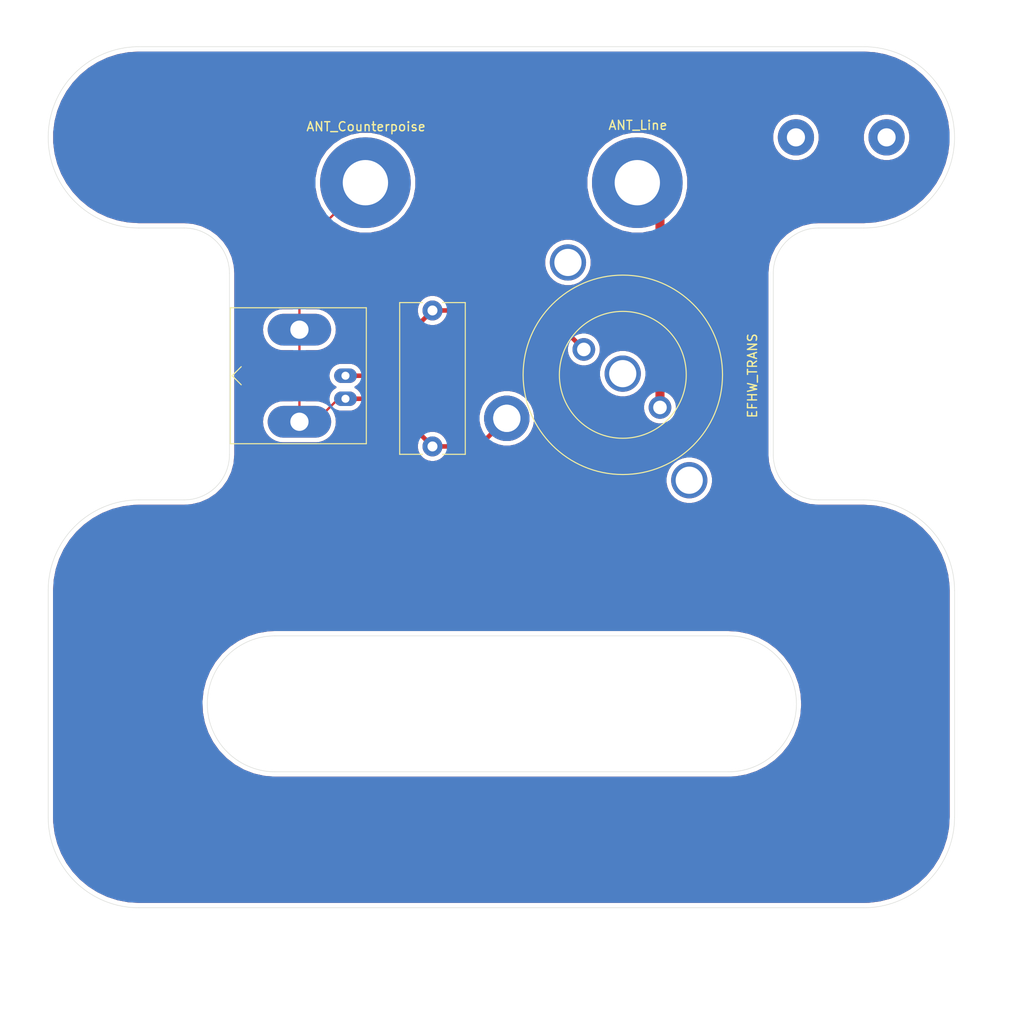
<source format=kicad_pcb>
(kicad_pcb (version 20171130) (host pcbnew "(5.1.4)-1")

  (general
    (thickness 1.6)
    (drawings 25)
    (tracks 21)
    (zones 0)
    (modules 5)
    (nets 4)
  )

  (page A4)
  (layers
    (0 F.Cu signal)
    (31 B.Cu signal)
    (32 B.Adhes user)
    (33 F.Adhes user)
    (34 B.Paste user)
    (35 F.Paste user)
    (36 B.SilkS user)
    (37 F.SilkS user)
    (38 B.Mask user)
    (39 F.Mask user)
    (40 Dwgs.User user)
    (41 Cmts.User user)
    (42 Eco1.User user)
    (43 Eco2.User user)
    (44 Edge.Cuts user)
    (45 Margin user)
    (46 B.CrtYd user)
    (47 F.CrtYd user)
    (48 B.Fab user)
    (49 F.Fab user)
  )

  (setup
    (last_trace_width 0.25)
    (user_trace_width 0.5)
    (user_trace_width 1)
    (trace_clearance 0.2)
    (zone_clearance 0.508)
    (zone_45_only no)
    (trace_min 0.2)
    (via_size 0.8)
    (via_drill 0.4)
    (via_min_size 0.4)
    (via_min_drill 0.3)
    (uvia_size 0.3)
    (uvia_drill 0.1)
    (uvias_allowed no)
    (uvia_min_size 0.2)
    (uvia_min_drill 0.1)
    (edge_width 0.05)
    (segment_width 0.2)
    (pcb_text_width 0.3)
    (pcb_text_size 1.5 1.5)
    (mod_edge_width 0.12)
    (mod_text_size 1 1)
    (mod_text_width 0.15)
    (pad_size 7 7)
    (pad_drill 5)
    (pad_to_mask_clearance 0.051)
    (solder_mask_min_width 0.25)
    (aux_axis_origin 0 0)
    (visible_elements 7FFFFFFF)
    (pcbplotparams
      (layerselection 0x010fc_ffffffff)
      (usegerberextensions false)
      (usegerberattributes false)
      (usegerberadvancedattributes false)
      (creategerberjobfile false)
      (excludeedgelayer true)
      (linewidth 0.100000)
      (plotframeref false)
      (viasonmask false)
      (mode 1)
      (useauxorigin false)
      (hpglpennumber 1)
      (hpglpenspeed 20)
      (hpglpendiameter 15.000000)
      (psnegative false)
      (psa4output false)
      (plotreference true)
      (plotvalue true)
      (plotinvisibletext false)
      (padsonsilk false)
      (subtractmaskfromsilk false)
      (outputformat 1)
      (mirror false)
      (drillshape 0)
      (scaleselection 1)
      (outputdirectory "Gerber/"))
  )

  (net 0 "")
  (net 1 "Net-(C1-Pad1)")
  (net 2 "Net-(J2-Pad1)")
  (net 3 "Net-(C1-Pad2)")

  (net_class Default 这是默认网络类。
    (clearance 0.2)
    (trace_width 0.25)
    (via_dia 0.8)
    (via_drill 0.4)
    (uvia_dia 0.3)
    (uvia_drill 0.1)
    (add_net "Net-(C1-Pad1)")
    (add_net "Net-(C1-Pad2)")
    (add_net "Net-(J2-Pad1)")
  )

  (module Capacitor_THT:C_Rect_L16.5mm_W7.0mm_P15.00mm_MKT (layer F.Cu) (tedit 5AE50EF0) (tstamp 5F49611E)
    (at 132.4 64.1 270)
    (descr "C, Rect series, Radial, pin pitch=15.00mm, , length*width=16.5*7mm^2, Capacitor, https://en.tdk.eu/inf/20/20/db/fc_2009/MKT_B32560_564.pdf")
    (tags "C Rect series Radial pin pitch 15.00mm  length 16.5mm width 7mm Capacitor")
    (path /5F491CCF)
    (fp_text reference C1 (at 7.5 -4.75 90) (layer F.SilkS) hide
      (effects (font (size 1 1) (thickness 0.15)))
    )
    (fp_text value CAP (at 7.5 4.75 90) (layer F.Fab)
      (effects (font (size 1 1) (thickness 0.15)))
    )
    (fp_line (start -0.75 -3.5) (end -0.75 3.5) (layer F.Fab) (width 0.1))
    (fp_line (start -0.75 3.5) (end 15.75 3.5) (layer F.Fab) (width 0.1))
    (fp_line (start 15.75 3.5) (end 15.75 -3.5) (layer F.Fab) (width 0.1))
    (fp_line (start 15.75 -3.5) (end -0.75 -3.5) (layer F.Fab) (width 0.1))
    (fp_line (start -0.87 -3.62) (end 15.87 -3.62) (layer F.SilkS) (width 0.12))
    (fp_line (start -0.87 3.62) (end 15.87 3.62) (layer F.SilkS) (width 0.12))
    (fp_line (start -0.87 -3.62) (end -0.87 -1.104) (layer F.SilkS) (width 0.12))
    (fp_line (start -0.87 1.104) (end -0.87 3.62) (layer F.SilkS) (width 0.12))
    (fp_line (start 15.87 -3.62) (end 15.87 -1.104) (layer F.SilkS) (width 0.12))
    (fp_line (start 15.87 1.104) (end 15.87 3.62) (layer F.SilkS) (width 0.12))
    (fp_line (start -1.35 -3.75) (end -1.35 3.75) (layer F.CrtYd) (width 0.05))
    (fp_line (start -1.35 3.75) (end 16.35 3.75) (layer F.CrtYd) (width 0.05))
    (fp_line (start 16.35 3.75) (end 16.35 -3.75) (layer F.CrtYd) (width 0.05))
    (fp_line (start 16.35 -3.75) (end -1.35 -3.75) (layer F.CrtYd) (width 0.05))
    (fp_text user %R (at 7.5 0 90) (layer F.Fab)
      (effects (font (size 1 1) (thickness 0.15)))
    )
    (pad 1 thru_hole circle (at 0 0 270) (size 2.2 2.2) (drill 1.1) (layers *.Cu *.Mask)
      (net 1 "Net-(C1-Pad1)"))
    (pad 2 thru_hole circle (at 15 0 270) (size 2.2 2.2) (drill 1.1) (layers *.Cu *.Mask)
      (net 3 "Net-(C1-Pad2)"))
    (model ${KISYS3DMOD}/Capacitor_THT.3dshapes/C_Rect_L16.5mm_W7.0mm_P15.00mm_MKT.wrl
      (at (xyz 0 0 0))
      (scale (xyz 1 1 1))
      (rotate (xyz 0 0 0))
    )
  )

  (module ant_connector:BNC_Conn (layer F.Cu) (tedit 5F490E52) (tstamp 5F4961C4)
    (at 116.5 71.3 90)
    (path /5F488B38)
    (fp_text reference J1 (at 0 10.7 90) (layer F.SilkS) hide
      (effects (font (size 1 1) (thickness 0.15)))
    )
    (fp_text value BNC (at 0 -8.7 90) (layer F.Fab)
      (effects (font (size 1 1) (thickness 0.15)))
    )
    (fp_line (start 0 -6.2) (end 1 -5.2) (layer F.SilkS) (width 0.12))
    (fp_line (start 0 -6.2) (end -1 -5.2) (layer F.SilkS) (width 0.12))
    (fp_line (start 7.85 9) (end 7.85 -6.5) (layer F.CrtYd) (width 0.05))
    (fp_line (start 7.85 -6.5) (end -7.85 -6.5) (layer F.CrtYd) (width 0.05))
    (fp_line (start -7.85 9) (end -7.85 -6.5) (layer F.CrtYd) (width 0.05))
    (fp_line (start -7.85 9) (end 7.85 9) (layer F.CrtYd) (width 0.05))
    (fp_line (start -7.5 8.6) (end -7.5 -6.4) (layer F.SilkS) (width 0.12))
    (fp_line (start 7.5 8.6) (end -7.5 8.6) (layer F.SilkS) (width 0.12))
    (fp_line (start 7.5 -6.4) (end 7.5 8.6) (layer F.SilkS) (width 0.12))
    (fp_line (start -7.5 -6.4) (end 7.5 -6.4) (layer F.SilkS) (width 0.12))
    (fp_line (start -7.35 -6.4) (end -7.35 8.5) (layer F.Fab) (width 0.1))
    (fp_line (start 7.35 -6.4) (end -7.35 -6.4) (layer F.Fab) (width 0.1))
    (fp_line (start 7.35 8.5) (end 7.35 -6.4) (layer F.Fab) (width 0.1))
    (fp_line (start -7.35 8.5) (end 7.35 8.5) (layer F.Fab) (width 0.1))
    (pad 2 thru_hole oval (at -5.08 1.22 90) (size 3.5 7) (drill 2.01) (layers *.Cu *.Mask)
      (net 3 "Net-(C1-Pad2)"))
    (pad 2 thru_hole oval (at 5.08 1.22 90) (size 3.5 7) (drill 2.01) (layers *.Cu *.Mask)
      (net 3 "Net-(C1-Pad2)"))
    (pad 2 thru_hole oval (at -2.54 6.3 90) (size 1.6 2.5) (drill 0.89) (layers *.Cu *.Mask)
      (net 3 "Net-(C1-Pad2)"))
    (pad 1 thru_hole oval (at 0 6.3 90) (size 1.6 2.5) (drill 0.89) (layers *.Cu *.Mask)
      (net 1 "Net-(C1-Pad1)"))
  )

  (module ant_connector:EFHW_Trans (layer F.Cu) (tedit 5F47D75D) (tstamp 5F496061)
    (at 153.4 71.2 270)
    (path /5F48B4FB)
    (fp_text reference T1 (at 0.1 12.2522 90) (layer F.SilkS) hide
      (effects (font (size 1 1) (thickness 0.15)))
    )
    (fp_text value EFHW_TRANS (at 0.1 -14.3 90) (layer F.SilkS)
      (effects (font (size 1 1) (thickness 0.15)))
    )
    (fp_circle (center 0 0) (end 11 0) (layer F.SilkS) (width 0.12))
    (fp_circle (center 0 0) (end 7 0) (layer F.SilkS) (width 0.12))
    (pad 2 thru_hole circle (at 4.8 12.8 270) (size 5 5) (drill 3) (layers *.Cu *.Mask)
      (net 3 "Net-(C1-Pad2)"))
    (pad 1 thru_hole circle (at -2.8 4.3 270) (size 2.5 2.5) (drill 1.5) (layers *.Cu *.Mask)
      (net 1 "Net-(C1-Pad1)"))
    (pad 4 thru_hole circle (at 3.6 -4.1 270) (size 2.5 2.5) (drill 1.5) (layers *.Cu *.Mask)
      (net 2 "Net-(J2-Pad1)"))
    (pad 3 thru_hole circle (at 4.8 12.8 270) (size 5 5) (drill 3) (layers *.Cu *.Mask)
      (net 3 "Net-(C1-Pad2)"))
  )

  (module ant_connector:EFHW_ANT_Conn (layer F.Cu) (tedit 5F4A6B1B) (tstamp 5F4ABB21)
    (at 155 50)
    (path /5F48FAC0)
    (fp_text reference J2 (at 0 5.9) (layer F.SilkS) hide
      (effects (font (size 1 1) (thickness 0.15)))
    )
    (fp_text value ANT_Line (at 0.067 -6.3374) (layer F.SilkS)
      (effects (font (size 1 1) (thickness 0.15)))
    )
    (pad 1 thru_hole circle (at 0 0) (size 10 10) (drill 5) (layers *.Cu *.Mask)
      (net 2 "Net-(J2-Pad1)"))
  )

  (module ant_connector:EFHW_ANT_Conn (layer F.Cu) (tedit 5F4A6B1B) (tstamp 5F4B1874)
    (at 125 50)
    (path /5F4A9B33)
    (fp_text reference U1 (at 0 5.9) (layer F.SilkS) hide
      (effects (font (size 1 1) (thickness 0.15)))
    )
    (fp_text value ANT_Counterpoise (at 0.0696 -6.185) (layer F.SilkS)
      (effects (font (size 1 1) (thickness 0.15)))
    )
    (pad 1 thru_hole circle (at 0 0) (size 10 10) (drill 5) (layers *.Cu *.Mask)
      (net 3 "Net-(C1-Pad2)"))
  )

  (gr_text "BI4SQM EFHW Test V0.1" (at 171.8818 122.936) (layer F.Cu)
    (effects (font (size 1.5 1.5) (thickness 0.3)))
  )
  (gr_arc (start 180 45) (end 180 55) (angle -180) (layer Edge.Cuts) (width 0.05))
  (gr_line (start 175 55) (end 180 55) (layer Edge.Cuts) (width 0.05))
  (gr_arc (start 175 60) (end 175 55) (angle -90) (layer Edge.Cuts) (width 0.05))
  (gr_line (start 170 80) (end 170 60) (layer Edge.Cuts) (width 0.05))
  (gr_arc (start 100 45) (end 100 35) (angle -180) (layer Edge.Cuts) (width 0.05))
  (gr_line (start 105 55) (end 100 55) (layer Edge.Cuts) (width 0.05))
  (gr_arc (start 105 60) (end 110 60) (angle -90) (layer Edge.Cuts) (width 0.05))
  (gr_line (start 110 80) (end 110 60) (layer Edge.Cuts) (width 0.05))
  (gr_arc (start 175 80) (end 170 80) (angle -90) (layer Edge.Cuts) (width 0.05))
  (gr_arc (start 105 80) (end 105 85) (angle -90) (layer Edge.Cuts) (width 0.05))
  (gr_line (start 100 85) (end 105 85) (layer Edge.Cuts) (width 0.05))
  (gr_line (start 180 85) (end 175 85) (layer Edge.Cuts) (width 0.05))
  (gr_arc (start 180 95) (end 190 95) (angle -90) (layer Edge.Cuts) (width 0.05))
  (gr_arc (start 100 95) (end 100 85) (angle -90) (layer Edge.Cuts) (width 0.05))
  (gr_arc (start 100 120) (end 90 120) (angle -90) (layer Edge.Cuts) (width 0.05))
  (gr_arc (start 165.050001 107.499999) (end 165.000002 114.999998) (angle -180.7639324) (layer Edge.Cuts) (width 0.05))
  (gr_arc (start 115.049999 107.499999) (end 115 100) (angle -179.2360676) (layer Edge.Cuts) (width 0.05))
  (gr_line (start 115 115) (end 165 115) (layer Edge.Cuts) (width 0.05))
  (gr_line (start 115 100) (end 165 100) (layer Edge.Cuts) (width 0.05) (tstamp 5F49629F))
  (gr_arc (start 180 120) (end 180 130) (angle -90) (layer Edge.Cuts) (width 0.05))
  (gr_line (start 90 95) (end 90 120) (layer Edge.Cuts) (width 0.05))
  (gr_line (start 100 130) (end 180 130) (layer Edge.Cuts) (width 0.05))
  (gr_line (start 190 95) (end 190 120) (layer Edge.Cuts) (width 0.05))
  (gr_line (start 100 35) (end 180 35) (layer Edge.Cuts) (width 0.05))

  (via (at 172.5 45) (size 4) (drill 2) (layers F.Cu B.Cu) (net 0))
  (via (at 182.5 45) (size 4) (drill 2) (layers F.Cu B.Cu) (net 0))
  (via (at 147.3454 58.801) (size 4) (drill 3) (layers F.Cu B.Cu) (net 0))
  (via (at 153.3906 71.0692) (size 4) (drill 3) (layers F.Cu B.Cu) (net 0))
  (via (at 160.7312 82.8294) (size 4) (drill 3) (layers F.Cu B.Cu) (net 0))
  (segment (start 125.2 71.3) (end 132.4 64.1) (width 0.5) (layer F.Cu) (net 1))
  (segment (start 122.8 71.3) (end 125.2 71.3) (width 0.5) (layer F.Cu) (net 1))
  (segment (start 144.8 64.1) (end 149.1 68.4) (width 0.5) (layer F.Cu) (net 1))
  (segment (start 132.4 64.1) (end 144.8 64.1) (width 0.5) (layer F.Cu) (net 1))
  (segment (start 157.5 52.5) (end 155 50) (width 1) (layer F.Cu) (net 2))
  (segment (start 157.5 74.8) (end 157.5 52.5) (width 1) (layer F.Cu) (net 2))
  (segment (start 117.72 66.22) (end 117.72 76.38) (width 0.25) (layer F.Cu) (net 3))
  (segment (start 122.01 73.84) (end 122.8 73.84) (width 0.25) (layer F.Cu) (net 3))
  (segment (start 119.47 76.38) (end 122.01 73.84) (width 0.25) (layer F.Cu) (net 3))
  (segment (start 117.72 76.38) (end 119.47 76.38) (width 0.25) (layer F.Cu) (net 3))
  (segment (start 127.14 73.84) (end 132.4 79.1) (width 0.5) (layer F.Cu) (net 3))
  (segment (start 122.8 73.84) (end 127.14 73.84) (width 0.5) (layer F.Cu) (net 3))
  (segment (start 137.5 79.1) (end 140.6 76) (width 0.5) (layer F.Cu) (net 3))
  (segment (start 132.4 79.1) (end 137.5 79.1) (width 0.5) (layer F.Cu) (net 3))
  (segment (start 117.72 57.28) (end 125 50) (width 0.25) (layer F.Cu) (net 3))
  (segment (start 117.72 66.22) (end 117.72 57.28) (width 0.25) (layer F.Cu) (net 3))

  (zone (net 0) (net_name "") (layer F.Cu) (tstamp 5F4B1979) (hatch edge 0.508)
    (connect_pads (clearance 0.508))
    (min_thickness 0.254)
    (fill yes (arc_segments 32) (thermal_gap 0.508) (thermal_bridge_width 0.508))
    (polygon
      (pts
        (xy 86.1568 29.845) (xy 197.6628 31.5976) (xy 194.7164 139.1158) (xy 84.6836 138.4808) (xy 86.2584 29.8958)
      )
    )
    (filled_polygon
      (pts
        (xy 181.170449 35.734944) (xy 182.322444 35.954698) (xy 183.437801 36.3171) (xy 184.498955 36.816441) (xy 185.489146 37.444836)
        (xy 186.392776 38.192383) (xy 187.195588 39.047292) (xy 187.884922 39.996079) (xy 188.449903 41.023774) (xy 188.881627 42.114186)
        (xy 189.173281 43.250103) (xy 189.320267 44.41362) (xy 189.320267 45.58638) (xy 189.173281 46.749897) (xy 188.881627 47.885814)
        (xy 188.449903 48.976226) (xy 187.884922 50.003921) (xy 187.195588 50.952708) (xy 186.392776 51.807617) (xy 185.489146 52.555164)
        (xy 184.498955 53.183559) (xy 183.437801 53.6829) (xy 182.322444 54.045302) (xy 181.170449 54.265056) (xy 179.979253 54.34)
        (xy 174.967581 54.34) (xy 174.943512 54.342371) (xy 174.221248 54.39541) (xy 174.205868 54.397929) (xy 174.190295 54.398418)
        (xy 174.115511 54.411874) (xy 173.251129 54.619394) (xy 173.231448 54.626018) (xy 173.211136 54.630335) (xy 173.139917 54.656821)
        (xy 172.325946 55.01413) (xy 172.307752 55.024132) (xy 172.288524 55.031979) (xy 172.223134 55.070651) (xy 172.22312 55.070659)
        (xy 172.223115 55.070663) (xy 171.485287 55.566462) (xy 171.469149 55.57953) (xy 171.451616 55.590657) (xy 171.394095 55.640307)
        (xy 170.755722 56.258934) (xy 170.742154 56.274652) (xy 170.726869 56.288708) (xy 170.67905 56.34776) (xy 170.160315 57.069656)
        (xy 170.149744 57.08753) (xy 170.13719 57.10407) (xy 170.100584 57.170656) (xy 169.717884 57.973003) (xy 169.710647 57.992462)
        (xy 169.701218 58.010968) (xy 169.676982 58.082984) (xy 169.442414 58.94042) (xy 169.438737 58.960857) (xy 169.432735 58.980736)
        (xy 169.421635 59.055906) (xy 169.342869 59.938459) (xy 169.340001 59.967581) (xy 169.34 80.032418) (xy 169.34237 80.056484)
        (xy 169.39541 80.778752) (xy 169.397929 80.794132) (xy 169.398418 80.809705) (xy 169.411874 80.884489) (xy 169.619394 81.748871)
        (xy 169.626018 81.768552) (xy 169.630335 81.788864) (xy 169.656821 81.860083) (xy 170.01413 82.674054) (xy 170.024132 82.692248)
        (xy 170.031979 82.711476) (xy 170.070651 82.776866) (xy 170.070659 82.77688) (xy 170.070663 82.776885) (xy 170.566462 83.514713)
        (xy 170.57953 83.530851) (xy 170.590657 83.548384) (xy 170.640307 83.605905) (xy 171.258934 84.244278) (xy 171.274652 84.257846)
        (xy 171.288708 84.273131) (xy 171.34776 84.32095) (xy 172.069656 84.839685) (xy 172.087526 84.850253) (xy 172.104069 84.86281)
        (xy 172.170656 84.899416) (xy 172.973002 85.282116) (xy 172.992464 85.289354) (xy 173.010968 85.298782) (xy 173.082984 85.323018)
        (xy 173.940419 85.557586) (xy 173.960858 85.561264) (xy 173.980736 85.567265) (xy 174.0559 85.578364) (xy 174.055905 85.578365)
        (xy 174.055906 85.578365) (xy 174.93836 85.657122) (xy 174.967581 85.66) (xy 179.979253 85.66) (xy 181.170449 85.734944)
        (xy 182.322444 85.954698) (xy 183.437801 86.3171) (xy 184.498955 86.816441) (xy 185.489146 87.444836) (xy 186.392776 88.192383)
        (xy 187.195588 89.047292) (xy 187.884922 89.996079) (xy 188.449903 91.023774) (xy 188.881627 92.114186) (xy 189.173281 93.250103)
        (xy 189.321571 94.423941) (xy 189.34 95.010358) (xy 189.340001 119.979237) (xy 189.265056 121.170448) (xy 189.045302 122.322444)
        (xy 188.6829 123.437801) (xy 188.18356 124.498952) (xy 187.555165 125.489144) (xy 186.807612 126.39278) (xy 185.952708 127.195588)
        (xy 185.003922 127.884922) (xy 183.976227 128.449903) (xy 182.885813 128.881627) (xy 181.749897 129.173281) (xy 180.576058 129.321571)
        (xy 179.989642 129.34) (xy 100.020747 129.34) (xy 98.829552 129.265056) (xy 97.677556 129.045302) (xy 96.562199 128.6829)
        (xy 95.501048 128.18356) (xy 94.510856 127.555165) (xy 93.60722 126.807612) (xy 92.804412 125.952708) (xy 92.115078 125.003922)
        (xy 91.550097 123.976227) (xy 91.118373 122.885813) (xy 90.826719 121.749897) (xy 90.75043 121.146) (xy 157.561086 121.146)
        (xy 157.561086 124.966) (xy 186.202515 124.966) (xy 186.202515 121.146) (xy 157.561086 121.146) (xy 90.75043 121.146)
        (xy 90.678429 120.576058) (xy 90.66 119.989642) (xy 90.66 107.308277) (xy 106.893677 107.308277) (xy 106.940422 108.392812)
        (xy 106.94215 108.407705) (xy 106.94239 108.422694) (xy 106.951431 108.487701) (xy 107.154247 109.554128) (xy 107.158106 109.568614)
        (xy 107.160508 109.583414) (xy 107.178838 109.646434) (xy 107.533475 110.672413) (xy 107.539385 110.68619) (xy 107.543898 110.700488)
        (xy 107.571134 110.760202) (xy 108.070162 111.724241) (xy 108.077999 111.73702) (xy 108.084529 111.750518) (xy 108.1201 111.805675)
        (xy 108.753066 112.687578) (xy 108.762666 112.699092) (xy 108.771075 112.711505) (xy 108.814236 112.76095) (xy 109.567881 113.542244)
        (xy 109.579042 113.552252) (xy 109.589155 113.56332) (xy 109.639001 113.606016) (xy 110.497537 114.270334) (xy 110.510024 114.278625)
        (xy 110.521631 114.288119) (xy 110.577098 114.323159) (xy 110.577118 114.323172) (xy 110.577124 114.323175) (xy 111.522561 114.856596)
        (xy 111.536111 114.862996) (xy 111.54897 114.870717) (xy 111.608936 114.897393) (xy 112.621477 115.288749) (xy 112.635811 115.293127)
        (xy 112.649649 115.29891) (xy 112.712826 115.316647) (xy 112.712837 115.31665) (xy 112.71284 115.31665) (xy 113.77127 115.55774)
        (xy 113.786087 115.560003) (xy 113.800611 115.563727) (xy 113.865663 115.572154) (xy 113.865701 115.57216) (xy 113.865714 115.57216)
        (xy 114.941481 115.657429) (xy 114.967581 115.66) (xy 165.032419 115.66) (xy 165.048805 115.658386) (xy 165.877469 115.617133)
        (xy 165.887098 115.615951) (xy 165.896803 115.615886) (xy 165.961891 115.607453) (xy 167.03017 115.414624) (xy 167.044695 115.4109)
        (xy 167.059512 115.408637) (xy 167.122701 115.390897) (xy 168.151953 115.045875) (xy 168.165784 115.040094) (xy 168.180125 115.035715)
        (xy 168.240091 115.009039) (xy 169.208757 114.519051) (xy 169.221607 114.511335) (xy 169.235167 114.504931) (xy 169.290654 114.469878)
        (xy 170.178441 113.84519) (xy 170.190044 113.835699) (xy 170.202535 113.827406) (xy 170.25236 113.784727) (xy 170.252382 113.784709)
        (xy 170.252388 113.784702) (xy 171.040692 113.038407) (xy 171.050801 113.027343) (xy 171.061968 113.01733) (xy 171.105128 112.967886)
        (xy 171.777448 112.115602) (xy 171.785852 112.103197) (xy 171.795457 112.091677) (xy 171.831028 112.036519) (xy 172.373275 111.09611)
        (xy 172.379803 111.082616) (xy 172.387642 111.069834) (xy 172.414878 111.010119) (xy 172.81569 110.001284) (xy 172.820203 109.986985)
        (xy 172.826113 109.973209) (xy 172.844443 109.910188) (xy 173.095426 108.854059) (xy 173.097826 108.839268) (xy 173.101688 108.824774)
        (xy 173.110729 108.759767) (xy 173.206624 107.678469) (xy 173.206864 107.663479) (xy 173.208592 107.648587) (xy 173.208154 107.582957)
        (xy 173.146953 106.499141) (xy 173.145027 106.484276) (xy 173.144587 106.469288) (xy 173.13468 106.404408) (xy 172.917664 105.340779)
        (xy 172.913612 105.326346) (xy 172.911013 105.31158) (xy 172.891844 105.24881) (xy 172.523559 104.22765) (xy 172.517468 104.213957)
        (xy 172.512763 104.199716) (xy 172.484733 104.14037) (xy 171.972895 103.18307) (xy 171.964891 103.1704) (xy 171.95818 103.156988)
        (xy 171.921876 103.10231) (xy 171.277209 102.228924) (xy 171.267458 102.21754) (xy 171.258882 102.205238) (xy 171.215066 102.156374)
        (xy 170.45107 101.385198) (xy 170.439783 101.375346) (xy 170.429517 101.364406) (xy 170.379106 101.322379) (xy 169.51179 100.669568)
        (xy 169.499189 100.661442) (xy 169.48746 100.652106) (xy 169.43151 100.617796) (xy 168.47904 100.097025) (xy 168.465402 100.090805)
        (xy 168.452445 100.083258) (xy 168.392128 100.057384) (xy 167.374458 99.679562) (xy 167.360066 99.675376) (xy 167.346154 99.669778)
        (xy 167.282734 99.652882) (xy 166.221183 99.425925) (xy 166.206335 99.42386) (xy 166.191764 99.42033) (xy 166.126569 99.412766)
        (xy 165.054042 99.34213) (xy 165.032419 99.34) (xy 114.967581 99.34) (xy 114.951234 99.34161) (xy 114.322039 99.372933)
        (xy 114.316783 99.373578) (xy 114.311482 99.373543) (xy 114.246287 99.381108) (xy 113.175533 99.559677) (xy 113.160964 99.563206)
        (xy 113.146112 99.565272) (xy 113.082692 99.582168) (xy 112.048932 99.913436) (xy 112.035027 99.919031) (xy 112.020628 99.923219)
        (xy 111.960311 99.949094) (xy 110.985198 100.426122) (xy 110.972244 100.433667) (xy 110.958602 100.439889) (xy 110.902653 100.474199)
        (xy 110.006616 101.086994) (xy 109.994888 101.096329) (xy 109.982286 101.104456) (xy 109.931876 101.146484) (xy 109.133683 101.88221)
        (xy 109.123429 101.893136) (xy 109.112129 101.903) (xy 109.068314 101.951865) (xy 108.384689 102.795108) (xy 108.376112 102.807411)
        (xy 108.366362 102.818794) (xy 108.330059 102.873472) (xy 107.775324 103.806567) (xy 107.768616 103.819972) (xy 107.760608 103.832649)
        (xy 107.732578 103.891994) (xy 107.31835 104.895397) (xy 107.313648 104.909629) (xy 107.307553 104.92333) (xy 107.288384 104.986101)
        (xy 107.023342 106.03879) (xy 107.020743 106.053556) (xy 107.016691 106.067989) (xy 107.006784 106.132869) (xy 106.896481 107.212793)
        (xy 106.896041 107.227772) (xy 106.894114 107.242646) (xy 106.893677 107.308277) (xy 90.66 107.308277) (xy 90.66 95.020747)
        (xy 90.734944 93.829551) (xy 90.954698 92.677556) (xy 91.3171 91.562199) (xy 91.816441 90.501045) (xy 92.444836 89.510854)
        (xy 93.192383 88.607224) (xy 94.047292 87.804412) (xy 94.996079 87.115078) (xy 96.023774 86.550097) (xy 97.114186 86.118373)
        (xy 98.250103 85.826719) (xy 99.423941 85.678429) (xy 100.010358 85.66) (xy 105.032419 85.66) (xy 105.056488 85.657629)
        (xy 105.778752 85.60459) (xy 105.794132 85.602071) (xy 105.809705 85.601582) (xy 105.884489 85.588126) (xy 106.748871 85.380606)
        (xy 106.768552 85.373982) (xy 106.788864 85.369665) (xy 106.860083 85.343179) (xy 107.674054 84.98587) (xy 107.692248 84.975868)
        (xy 107.711476 84.968021) (xy 107.776866 84.929349) (xy 107.77688 84.929341) (xy 107.776885 84.929337) (xy 108.514713 84.433538)
        (xy 108.530851 84.42047) (xy 108.548384 84.409343) (xy 108.605905 84.359693) (xy 109.244278 83.741066) (xy 109.257846 83.725348)
        (xy 109.273131 83.711292) (xy 109.32095 83.65224) (xy 109.839685 82.930344) (xy 109.850253 82.912474) (xy 109.86281 82.895931)
        (xy 109.899416 82.829344) (xy 110.023176 82.569875) (xy 158.0962 82.569875) (xy 158.0962 83.088925) (xy 158.197461 83.598001)
        (xy 158.396093 84.077541) (xy 158.684462 84.509115) (xy 159.051485 84.876138) (xy 159.483059 85.164507) (xy 159.962599 85.363139)
        (xy 160.471675 85.4644) (xy 160.990725 85.4644) (xy 161.499801 85.363139) (xy 161.979341 85.164507) (xy 162.410915 84.876138)
        (xy 162.777938 84.509115) (xy 163.066307 84.077541) (xy 163.264939 83.598001) (xy 163.3662 83.088925) (xy 163.3662 82.569875)
        (xy 163.264939 82.060799) (xy 163.066307 81.581259) (xy 162.777938 81.149685) (xy 162.410915 80.782662) (xy 161.979341 80.494293)
        (xy 161.499801 80.295661) (xy 160.990725 80.1944) (xy 160.471675 80.1944) (xy 159.962599 80.295661) (xy 159.483059 80.494293)
        (xy 159.051485 80.782662) (xy 158.684462 81.149685) (xy 158.396093 81.581259) (xy 158.197461 82.060799) (xy 158.0962 82.569875)
        (xy 110.023176 82.569875) (xy 110.282116 82.026998) (xy 110.289354 82.007536) (xy 110.298782 81.989032) (xy 110.323018 81.917016)
        (xy 110.557586 81.059581) (xy 110.561264 81.039142) (xy 110.567265 81.019264) (xy 110.578365 80.944094) (xy 110.657122 80.06164)
        (xy 110.66 80.032419) (xy 110.66 66.22) (xy 113.573461 66.22) (xy 113.61951 66.687542) (xy 113.755887 67.137116)
        (xy 113.977351 67.551446) (xy 114.275391 67.914609) (xy 114.638554 68.212649) (xy 115.052884 68.434113) (xy 115.502458 68.57049)
        (xy 115.852843 68.605) (xy 116.96 68.605) (xy 116.960001 73.995) (xy 115.852843 73.995) (xy 115.502458 74.02951)
        (xy 115.052884 74.165887) (xy 114.638554 74.387351) (xy 114.275391 74.685391) (xy 113.977351 75.048554) (xy 113.755887 75.462884)
        (xy 113.61951 75.912458) (xy 113.573461 76.38) (xy 113.61951 76.847542) (xy 113.755887 77.297116) (xy 113.977351 77.711446)
        (xy 114.275391 78.074609) (xy 114.638554 78.372649) (xy 115.052884 78.594113) (xy 115.502458 78.73049) (xy 115.852843 78.765)
        (xy 119.587157 78.765) (xy 119.937542 78.73049) (xy 120.387116 78.594113) (xy 120.801446 78.372649) (xy 121.164609 78.074609)
        (xy 121.462649 77.711446) (xy 121.684113 77.297116) (xy 121.82049 76.847542) (xy 121.866539 76.38) (xy 121.82049 75.912458)
        (xy 121.684113 75.462884) (xy 121.606717 75.318086) (xy 121.768494 75.156308) (xy 121.798192 75.172182) (xy 122.068691 75.254236)
        (xy 122.279508 75.275) (xy 123.320492 75.275) (xy 123.531309 75.254236) (xy 123.801808 75.172182) (xy 124.051101 75.038932)
        (xy 124.269608 74.859608) (xy 124.380078 74.725) (xy 126.773422 74.725) (xy 130.716853 78.668432) (xy 130.665 78.929117)
        (xy 130.665 79.270883) (xy 130.731675 79.606081) (xy 130.862463 79.921831) (xy 131.052337 80.205998) (xy 131.294002 80.447663)
        (xy 131.578169 80.637537) (xy 131.893919 80.768325) (xy 132.229117 80.835) (xy 132.570883 80.835) (xy 132.906081 80.768325)
        (xy 133.221831 80.637537) (xy 133.505998 80.447663) (xy 133.747663 80.205998) (xy 133.895329 79.985) (xy 137.456531 79.985)
        (xy 137.5 79.989281) (xy 137.543469 79.985) (xy 137.543477 79.985) (xy 137.67349 79.972195) (xy 137.840313 79.921589)
        (xy 137.994059 79.839411) (xy 138.128817 79.728817) (xy 138.156534 79.695044) (xy 139.090057 78.761521) (xy 139.115021 78.778201)
        (xy 139.685554 79.014524) (xy 140.291229 79.135) (xy 140.908771 79.135) (xy 141.514446 79.014524) (xy 142.084979 78.778201)
        (xy 142.598446 78.435114) (xy 143.035114 77.998446) (xy 143.378201 77.484979) (xy 143.614524 76.914446) (xy 143.735 76.308771)
        (xy 143.735 75.691229) (xy 143.614524 75.085554) (xy 143.378201 74.515021) (xy 143.035114 74.001554) (xy 142.598446 73.564886)
        (xy 142.084979 73.221799) (xy 141.514446 72.985476) (xy 140.908771 72.865) (xy 140.291229 72.865) (xy 139.685554 72.985476)
        (xy 139.115021 73.221799) (xy 138.601554 73.564886) (xy 138.164886 74.001554) (xy 137.821799 74.515021) (xy 137.585476 75.085554)
        (xy 137.465 75.691229) (xy 137.465 76.308771) (xy 137.585476 76.914446) (xy 137.821799 77.484979) (xy 137.838479 77.509943)
        (xy 137.133422 78.215) (xy 133.895329 78.215) (xy 133.747663 77.994002) (xy 133.505998 77.752337) (xy 133.221831 77.562463)
        (xy 132.906081 77.431675) (xy 132.570883 77.365) (xy 132.229117 77.365) (xy 131.968432 77.416853) (xy 127.796534 73.244956)
        (xy 127.768817 73.211183) (xy 127.634059 73.100589) (xy 127.480313 73.018411) (xy 127.31349 72.967805) (xy 127.183477 72.955)
        (xy 127.183469 72.955) (xy 127.14 72.950719) (xy 127.096531 72.955) (xy 124.380078 72.955) (xy 124.269608 72.820392)
        (xy 124.051101 72.641068) (xy 123.918142 72.57) (xy 124.051101 72.498932) (xy 124.269608 72.319608) (xy 124.380078 72.185)
        (xy 125.156531 72.185) (xy 125.2 72.189281) (xy 125.243469 72.185) (xy 125.243477 72.185) (xy 125.37349 72.172195)
        (xy 125.540313 72.121589) (xy 125.694059 72.039411) (xy 125.828817 71.928817) (xy 125.856534 71.895044) (xy 126.941903 70.809675)
        (xy 150.7556 70.809675) (xy 150.7556 71.328725) (xy 150.856861 71.837801) (xy 151.055493 72.317341) (xy 151.343862 72.748915)
        (xy 151.710885 73.115938) (xy 152.142459 73.404307) (xy 152.621999 73.602939) (xy 153.131075 73.7042) (xy 153.650125 73.7042)
        (xy 154.159201 73.602939) (xy 154.638741 73.404307) (xy 155.070315 73.115938) (xy 155.437338 72.748915) (xy 155.725707 72.317341)
        (xy 155.924339 71.837801) (xy 156.0256 71.328725) (xy 156.0256 70.809675) (xy 155.924339 70.300599) (xy 155.725707 69.821059)
        (xy 155.437338 69.389485) (xy 155.070315 69.022462) (xy 154.638741 68.734093) (xy 154.159201 68.535461) (xy 153.650125 68.4342)
        (xy 153.131075 68.4342) (xy 152.621999 68.535461) (xy 152.142459 68.734093) (xy 151.710885 69.022462) (xy 151.343862 69.389485)
        (xy 151.055493 69.821059) (xy 150.856861 70.300599) (xy 150.7556 70.809675) (xy 126.941903 70.809675) (xy 131.968432 65.783147)
        (xy 132.229117 65.835) (xy 132.570883 65.835) (xy 132.906081 65.768325) (xy 133.221831 65.637537) (xy 133.505998 65.447663)
        (xy 133.747663 65.205998) (xy 133.895329 64.985) (xy 144.433422 64.985) (xy 147.290704 67.842283) (xy 147.287439 67.850166)
        (xy 147.215 68.214344) (xy 147.215 68.585656) (xy 147.287439 68.949834) (xy 147.429534 69.292882) (xy 147.635825 69.601618)
        (xy 147.898382 69.864175) (xy 148.207118 70.070466) (xy 148.550166 70.212561) (xy 148.914344 70.285) (xy 149.285656 70.285)
        (xy 149.649834 70.212561) (xy 149.992882 70.070466) (xy 150.301618 69.864175) (xy 150.564175 69.601618) (xy 150.770466 69.292882)
        (xy 150.912561 68.949834) (xy 150.985 68.585656) (xy 150.985 68.214344) (xy 150.912561 67.850166) (xy 150.770466 67.507118)
        (xy 150.564175 67.198382) (xy 150.301618 66.935825) (xy 149.992882 66.729534) (xy 149.649834 66.587439) (xy 149.285656 66.515)
        (xy 148.914344 66.515) (xy 148.550166 66.587439) (xy 148.542283 66.590704) (xy 145.456534 63.504956) (xy 145.428817 63.471183)
        (xy 145.294059 63.360589) (xy 145.140313 63.278411) (xy 144.97349 63.227805) (xy 144.843477 63.215) (xy 144.843469 63.215)
        (xy 144.8 63.210719) (xy 144.756531 63.215) (xy 133.895329 63.215) (xy 133.747663 62.994002) (xy 133.505998 62.752337)
        (xy 133.221831 62.562463) (xy 132.906081 62.431675) (xy 132.570883 62.365) (xy 132.229117 62.365) (xy 131.893919 62.431675)
        (xy 131.578169 62.562463) (xy 131.294002 62.752337) (xy 131.052337 62.994002) (xy 130.862463 63.278169) (xy 130.731675 63.593919)
        (xy 130.665 63.929117) (xy 130.665 64.270883) (xy 130.716853 64.531568) (xy 124.833422 70.415) (xy 124.380078 70.415)
        (xy 124.269608 70.280392) (xy 124.051101 70.101068) (xy 123.801808 69.967818) (xy 123.531309 69.885764) (xy 123.320492 69.865)
        (xy 122.279508 69.865) (xy 122.068691 69.885764) (xy 121.798192 69.967818) (xy 121.548899 70.101068) (xy 121.330392 70.280392)
        (xy 121.151068 70.498899) (xy 121.017818 70.748192) (xy 120.935764 71.018691) (xy 120.908057 71.3) (xy 120.935764 71.581309)
        (xy 121.017818 71.851808) (xy 121.151068 72.101101) (xy 121.330392 72.319608) (xy 121.548899 72.498932) (xy 121.681858 72.57)
        (xy 121.548899 72.641068) (xy 121.330392 72.820392) (xy 121.151068 73.038899) (xy 121.017818 73.288192) (xy 120.935764 73.558691)
        (xy 120.908057 73.84) (xy 120.91049 73.864707) (xy 120.531914 74.243283) (xy 120.387116 74.165887) (xy 119.937542 74.02951)
        (xy 119.587157 73.995) (xy 118.48 73.995) (xy 118.48 68.605) (xy 119.587157 68.605) (xy 119.937542 68.57049)
        (xy 120.387116 68.434113) (xy 120.801446 68.212649) (xy 121.164609 67.914609) (xy 121.462649 67.551446) (xy 121.684113 67.137116)
        (xy 121.82049 66.687542) (xy 121.866539 66.22) (xy 121.82049 65.752458) (xy 121.684113 65.302884) (xy 121.462649 64.888554)
        (xy 121.164609 64.525391) (xy 120.801446 64.227351) (xy 120.387116 64.005887) (xy 119.937542 63.86951) (xy 119.587157 63.835)
        (xy 118.48 63.835) (xy 118.48 58.541475) (xy 144.7104 58.541475) (xy 144.7104 59.060525) (xy 144.811661 59.569601)
        (xy 145.010293 60.049141) (xy 145.298662 60.480715) (xy 145.665685 60.847738) (xy 146.097259 61.136107) (xy 146.576799 61.334739)
        (xy 147.085875 61.436) (xy 147.604925 61.436) (xy 148.114001 61.334739) (xy 148.593541 61.136107) (xy 149.025115 60.847738)
        (xy 149.392138 60.480715) (xy 149.680507 60.049141) (xy 149.879139 59.569601) (xy 149.9804 59.060525) (xy 149.9804 58.541475)
        (xy 149.879139 58.032399) (xy 149.680507 57.552859) (xy 149.392138 57.121285) (xy 149.025115 56.754262) (xy 148.593541 56.465893)
        (xy 148.114001 56.267261) (xy 147.604925 56.166) (xy 147.085875 56.166) (xy 146.576799 56.267261) (xy 146.097259 56.465893)
        (xy 145.665685 56.754262) (xy 145.298662 57.121285) (xy 145.010293 57.552859) (xy 144.811661 58.032399) (xy 144.7104 58.541475)
        (xy 118.48 58.541475) (xy 118.48 57.594801) (xy 121.581688 54.493113) (xy 122.330827 54.993672) (xy 123.356331 55.41845)
        (xy 124.445001 55.635) (xy 125.554999 55.635) (xy 126.643669 55.41845) (xy 127.669173 54.993672) (xy 128.592103 54.37699)
        (xy 129.37699 53.592103) (xy 129.993672 52.669173) (xy 130.41845 51.643669) (xy 130.635 50.554999) (xy 130.635 49.445001)
        (xy 149.365 49.445001) (xy 149.365 50.554999) (xy 149.58155 51.643669) (xy 150.006328 52.669173) (xy 150.62301 53.592103)
        (xy 151.407897 54.37699) (xy 152.330827 54.993672) (xy 153.356331 55.41845) (xy 154.445001 55.635) (xy 155.554999 55.635)
        (xy 156.365001 55.473881) (xy 156.365 73.291312) (xy 156.298382 73.335825) (xy 156.035825 73.598382) (xy 155.829534 73.907118)
        (xy 155.687439 74.250166) (xy 155.615 74.614344) (xy 155.615 74.985656) (xy 155.687439 75.349834) (xy 155.829534 75.692882)
        (xy 156.035825 76.001618) (xy 156.298382 76.264175) (xy 156.607118 76.470466) (xy 156.950166 76.612561) (xy 157.314344 76.685)
        (xy 157.685656 76.685) (xy 158.049834 76.612561) (xy 158.392882 76.470466) (xy 158.701618 76.264175) (xy 158.964175 76.001618)
        (xy 159.170466 75.692882) (xy 159.312561 75.349834) (xy 159.385 74.985656) (xy 159.385 74.614344) (xy 159.312561 74.250166)
        (xy 159.170466 73.907118) (xy 158.964175 73.598382) (xy 158.701618 73.335825) (xy 158.635 73.291312) (xy 158.635 54.334093)
        (xy 159.37699 53.592103) (xy 159.993672 52.669173) (xy 160.41845 51.643669) (xy 160.635 50.554999) (xy 160.635 49.445001)
        (xy 160.41845 48.356331) (xy 159.993672 47.330827) (xy 159.37699 46.407897) (xy 158.592103 45.62301) (xy 157.669173 45.006328)
        (xy 157.027348 44.740475) (xy 169.865 44.740475) (xy 169.865 45.259525) (xy 169.966261 45.768601) (xy 170.164893 46.248141)
        (xy 170.453262 46.679715) (xy 170.820285 47.046738) (xy 171.251859 47.335107) (xy 171.731399 47.533739) (xy 172.240475 47.635)
        (xy 172.759525 47.635) (xy 173.268601 47.533739) (xy 173.748141 47.335107) (xy 174.179715 47.046738) (xy 174.546738 46.679715)
        (xy 174.835107 46.248141) (xy 175.033739 45.768601) (xy 175.135 45.259525) (xy 175.135 44.740475) (xy 179.865 44.740475)
        (xy 179.865 45.259525) (xy 179.966261 45.768601) (xy 180.164893 46.248141) (xy 180.453262 46.679715) (xy 180.820285 47.046738)
        (xy 181.251859 47.335107) (xy 181.731399 47.533739) (xy 182.240475 47.635) (xy 182.759525 47.635) (xy 183.268601 47.533739)
        (xy 183.748141 47.335107) (xy 184.179715 47.046738) (xy 184.546738 46.679715) (xy 184.835107 46.248141) (xy 185.033739 45.768601)
        (xy 185.135 45.259525) (xy 185.135 44.740475) (xy 185.033739 44.231399) (xy 184.835107 43.751859) (xy 184.546738 43.320285)
        (xy 184.179715 42.953262) (xy 183.748141 42.664893) (xy 183.268601 42.466261) (xy 182.759525 42.365) (xy 182.240475 42.365)
        (xy 181.731399 42.466261) (xy 181.251859 42.664893) (xy 180.820285 42.953262) (xy 180.453262 43.320285) (xy 180.164893 43.751859)
        (xy 179.966261 44.231399) (xy 179.865 44.740475) (xy 175.135 44.740475) (xy 175.033739 44.231399) (xy 174.835107 43.751859)
        (xy 174.546738 43.320285) (xy 174.179715 42.953262) (xy 173.748141 42.664893) (xy 173.268601 42.466261) (xy 172.759525 42.365)
        (xy 172.240475 42.365) (xy 171.731399 42.466261) (xy 171.251859 42.664893) (xy 170.820285 42.953262) (xy 170.453262 43.320285)
        (xy 170.164893 43.751859) (xy 169.966261 44.231399) (xy 169.865 44.740475) (xy 157.027348 44.740475) (xy 156.643669 44.58155)
        (xy 155.554999 44.365) (xy 154.445001 44.365) (xy 153.356331 44.58155) (xy 152.330827 45.006328) (xy 151.407897 45.62301)
        (xy 150.62301 46.407897) (xy 150.006328 47.330827) (xy 149.58155 48.356331) (xy 149.365 49.445001) (xy 130.635 49.445001)
        (xy 130.41845 48.356331) (xy 129.993672 47.330827) (xy 129.37699 46.407897) (xy 128.592103 45.62301) (xy 127.669173 45.006328)
        (xy 126.643669 44.58155) (xy 125.554999 44.365) (xy 124.445001 44.365) (xy 123.356331 44.58155) (xy 122.330827 45.006328)
        (xy 121.407897 45.62301) (xy 120.62301 46.407897) (xy 120.006328 47.330827) (xy 119.58155 48.356331) (xy 119.365 49.445001)
        (xy 119.365 50.554999) (xy 119.58155 51.643669) (xy 120.006328 52.669173) (xy 120.506887 53.418312) (xy 117.208998 56.716201)
        (xy 117.18 56.739999) (xy 117.156202 56.768997) (xy 117.156201 56.768998) (xy 117.085026 56.855724) (xy 117.014454 56.987754)
        (xy 116.996342 57.047464) (xy 116.974936 57.118034) (xy 116.970998 57.131015) (xy 116.956324 57.28) (xy 116.960001 57.317332)
        (xy 116.96 63.835) (xy 115.852843 63.835) (xy 115.502458 63.86951) (xy 115.052884 64.005887) (xy 114.638554 64.227351)
        (xy 114.275391 64.525391) (xy 113.977351 64.888554) (xy 113.755887 65.302884) (xy 113.61951 65.752458) (xy 113.573461 66.22)
        (xy 110.66 66.22) (xy 110.66 59.967581) (xy 110.657629 59.943512) (xy 110.60459 59.221248) (xy 110.602071 59.205868)
        (xy 110.601582 59.190295) (xy 110.588126 59.115511) (xy 110.380606 58.251129) (xy 110.373982 58.231448) (xy 110.369665 58.211136)
        (xy 110.343179 58.139917) (xy 109.98587 57.325946) (xy 109.975868 57.307752) (xy 109.968021 57.288524) (xy 109.929349 57.223134)
        (xy 109.929341 57.22312) (xy 109.929337 57.223115) (xy 109.433538 56.485287) (xy 109.42047 56.469149) (xy 109.409343 56.451616)
        (xy 109.359693 56.394095) (xy 108.741066 55.755722) (xy 108.725348 55.742154) (xy 108.711292 55.726869) (xy 108.65224 55.67905)
        (xy 107.930344 55.160315) (xy 107.91247 55.149744) (xy 107.89593 55.13719) (xy 107.829344 55.100584) (xy 107.026997 54.717884)
        (xy 107.007538 54.710647) (xy 106.989032 54.701218) (xy 106.917016 54.676982) (xy 106.05958 54.442414) (xy 106.039143 54.438737)
        (xy 106.019264 54.432735) (xy 105.944094 54.421635) (xy 105.061649 54.342879) (xy 105.032419 54.34) (xy 100.020747 54.34)
        (xy 98.829552 54.265056) (xy 97.677556 54.045302) (xy 96.562199 53.6829) (xy 95.501048 53.18356) (xy 94.510856 52.555165)
        (xy 93.60722 51.807612) (xy 92.804412 50.952708) (xy 92.115078 50.003922) (xy 91.550097 48.976227) (xy 91.118373 47.885813)
        (xy 90.826719 46.749897) (xy 90.679733 45.586379) (xy 90.679733 44.413621) (xy 90.826719 43.250103) (xy 91.118373 42.114187)
        (xy 91.550097 41.023773) (xy 92.115078 39.996078) (xy 92.804412 39.047292) (xy 93.60722 38.192388) (xy 94.510856 37.444835)
        (xy 95.501048 36.81644) (xy 96.562199 36.3171) (xy 97.677556 35.954698) (xy 98.829552 35.734944) (xy 100.020747 35.66)
        (xy 179.979253 35.66)
      )
    )
  )
  (zone (net 0) (net_name "") (layer B.Cu) (tstamp 5F4B1976) (hatch edge 0.508)
    (connect_pads (clearance 0.508))
    (min_thickness 0.254)
    (fill yes (arc_segments 32) (thermal_gap 0.508) (thermal_bridge_width 0.508))
    (polygon
      (pts
        (xy 86.614 30.0736) (xy 196.4436 32.5628) (xy 191.8462 141.8336) (xy 85.0392 136.1948) (xy 86.6648 30.0482)
      )
    )
    (filled_polygon
      (pts
        (xy 181.170449 35.734944) (xy 182.322444 35.954698) (xy 183.437801 36.3171) (xy 184.498955 36.816441) (xy 185.489146 37.444836)
        (xy 186.392776 38.192383) (xy 187.195588 39.047292) (xy 187.884922 39.996079) (xy 188.449903 41.023774) (xy 188.881627 42.114186)
        (xy 189.173281 43.250103) (xy 189.320267 44.41362) (xy 189.320267 45.58638) (xy 189.173281 46.749897) (xy 188.881627 47.885814)
        (xy 188.449903 48.976226) (xy 187.884922 50.003921) (xy 187.195588 50.952708) (xy 186.392776 51.807617) (xy 185.489146 52.555164)
        (xy 184.498955 53.183559) (xy 183.437801 53.6829) (xy 182.322444 54.045302) (xy 181.170449 54.265056) (xy 179.979253 54.34)
        (xy 174.967581 54.34) (xy 174.943512 54.342371) (xy 174.221248 54.39541) (xy 174.205868 54.397929) (xy 174.190295 54.398418)
        (xy 174.115511 54.411874) (xy 173.251129 54.619394) (xy 173.231448 54.626018) (xy 173.211136 54.630335) (xy 173.139917 54.656821)
        (xy 172.325946 55.01413) (xy 172.307752 55.024132) (xy 172.288524 55.031979) (xy 172.223134 55.070651) (xy 172.22312 55.070659)
        (xy 172.223115 55.070663) (xy 171.485287 55.566462) (xy 171.469149 55.57953) (xy 171.451616 55.590657) (xy 171.394095 55.640307)
        (xy 170.755722 56.258934) (xy 170.742154 56.274652) (xy 170.726869 56.288708) (xy 170.67905 56.34776) (xy 170.160315 57.069656)
        (xy 170.149744 57.08753) (xy 170.13719 57.10407) (xy 170.100584 57.170656) (xy 169.717884 57.973003) (xy 169.710647 57.992462)
        (xy 169.701218 58.010968) (xy 169.676982 58.082984) (xy 169.442414 58.94042) (xy 169.438737 58.960857) (xy 169.432735 58.980736)
        (xy 169.421635 59.055906) (xy 169.342869 59.938459) (xy 169.340001 59.967581) (xy 169.34 80.032418) (xy 169.34237 80.056484)
        (xy 169.39541 80.778752) (xy 169.397929 80.794132) (xy 169.398418 80.809705) (xy 169.411874 80.884489) (xy 169.619394 81.748871)
        (xy 169.626018 81.768552) (xy 169.630335 81.788864) (xy 169.656821 81.860083) (xy 170.01413 82.674054) (xy 170.024132 82.692248)
        (xy 170.031979 82.711476) (xy 170.070651 82.776866) (xy 170.070659 82.77688) (xy 170.070663 82.776885) (xy 170.566462 83.514713)
        (xy 170.57953 83.530851) (xy 170.590657 83.548384) (xy 170.640307 83.605905) (xy 171.258934 84.244278) (xy 171.274652 84.257846)
        (xy 171.288708 84.273131) (xy 171.34776 84.32095) (xy 172.069656 84.839685) (xy 172.087526 84.850253) (xy 172.104069 84.86281)
        (xy 172.170656 84.899416) (xy 172.973002 85.282116) (xy 172.992464 85.289354) (xy 173.010968 85.298782) (xy 173.082984 85.323018)
        (xy 173.940419 85.557586) (xy 173.960858 85.561264) (xy 173.980736 85.567265) (xy 174.0559 85.578364) (xy 174.055905 85.578365)
        (xy 174.055906 85.578365) (xy 174.93836 85.657122) (xy 174.967581 85.66) (xy 179.979253 85.66) (xy 181.170449 85.734944)
        (xy 182.322444 85.954698) (xy 183.437801 86.3171) (xy 184.498955 86.816441) (xy 185.489146 87.444836) (xy 186.392776 88.192383)
        (xy 187.195588 89.047292) (xy 187.884922 89.996079) (xy 188.449903 91.023774) (xy 188.881627 92.114186) (xy 189.173281 93.250103)
        (xy 189.321571 94.423941) (xy 189.34 95.010358) (xy 189.340001 119.979237) (xy 189.265056 121.170448) (xy 189.045302 122.322444)
        (xy 188.6829 123.437801) (xy 188.18356 124.498952) (xy 187.555165 125.489144) (xy 186.807612 126.39278) (xy 185.952708 127.195588)
        (xy 185.003922 127.884922) (xy 183.976227 128.449903) (xy 182.885813 128.881627) (xy 181.749897 129.173281) (xy 180.576058 129.321571)
        (xy 179.989642 129.34) (xy 100.020747 129.34) (xy 98.829552 129.265056) (xy 97.677556 129.045302) (xy 96.562199 128.6829)
        (xy 95.501048 128.18356) (xy 94.510856 127.555165) (xy 93.60722 126.807612) (xy 92.804412 125.952708) (xy 92.115078 125.003922)
        (xy 91.550097 123.976227) (xy 91.118373 122.885813) (xy 90.826719 121.749897) (xy 90.678429 120.576058) (xy 90.66 119.989642)
        (xy 90.66 107.308277) (xy 106.893677 107.308277) (xy 106.940422 108.392812) (xy 106.94215 108.407705) (xy 106.94239 108.422694)
        (xy 106.951431 108.487701) (xy 107.154247 109.554128) (xy 107.158106 109.568614) (xy 107.160508 109.583414) (xy 107.178838 109.646434)
        (xy 107.533475 110.672413) (xy 107.539385 110.68619) (xy 107.543898 110.700488) (xy 107.571134 110.760202) (xy 108.070162 111.724241)
        (xy 108.077999 111.73702) (xy 108.084529 111.750518) (xy 108.1201 111.805675) (xy 108.753066 112.687578) (xy 108.762666 112.699092)
        (xy 108.771075 112.711505) (xy 108.814236 112.76095) (xy 109.567881 113.542244) (xy 109.579042 113.552252) (xy 109.589155 113.56332)
        (xy 109.639001 113.606016) (xy 110.497537 114.270334) (xy 110.510024 114.278625) (xy 110.521631 114.288119) (xy 110.577098 114.323159)
        (xy 110.577118 114.323172) (xy 110.577124 114.323175) (xy 111.522561 114.856596) (xy 111.536111 114.862996) (xy 111.54897 114.870717)
        (xy 111.608936 114.897393) (xy 112.621477 115.288749) (xy 112.635811 115.293127) (xy 112.649649 115.29891) (xy 112.712826 115.316647)
        (xy 112.712837 115.31665) (xy 112.71284 115.31665) (xy 113.77127 115.55774) (xy 113.786087 115.560003) (xy 113.800611 115.563727)
        (xy 113.865663 115.572154) (xy 113.865701 115.57216) (xy 113.865714 115.57216) (xy 114.941481 115.657429) (xy 114.967581 115.66)
        (xy 165.032419 115.66) (xy 165.048805 115.658386) (xy 165.877469 115.617133) (xy 165.887098 115.615951) (xy 165.896803 115.615886)
        (xy 165.961891 115.607453) (xy 167.03017 115.414624) (xy 167.044695 115.4109) (xy 167.059512 115.408637) (xy 167.122701 115.390897)
        (xy 168.151953 115.045875) (xy 168.165784 115.040094) (xy 168.180125 115.035715) (xy 168.240091 115.009039) (xy 169.208757 114.519051)
        (xy 169.221607 114.511335) (xy 169.235167 114.504931) (xy 169.290654 114.469878) (xy 170.178441 113.84519) (xy 170.190044 113.835699)
        (xy 170.202535 113.827406) (xy 170.25236 113.784727) (xy 170.252382 113.784709) (xy 170.252388 113.784702) (xy 171.040692 113.038407)
        (xy 171.050801 113.027343) (xy 171.061968 113.01733) (xy 171.105128 112.967886) (xy 171.777448 112.115602) (xy 171.785852 112.103197)
        (xy 171.795457 112.091677) (xy 171.831028 112.036519) (xy 172.373275 111.09611) (xy 172.379803 111.082616) (xy 172.387642 111.069834)
        (xy 172.414878 111.010119) (xy 172.81569 110.001284) (xy 172.820203 109.986985) (xy 172.826113 109.973209) (xy 172.844443 109.910188)
        (xy 173.095426 108.854059) (xy 173.097826 108.839268) (xy 173.101688 108.824774) (xy 173.110729 108.759767) (xy 173.206624 107.678469)
        (xy 173.206864 107.663479) (xy 173.208592 107.648587) (xy 173.208154 107.582957) (xy 173.146953 106.499141) (xy 173.145027 106.484276)
        (xy 173.144587 106.469288) (xy 173.13468 106.404408) (xy 172.917664 105.340779) (xy 172.913612 105.326346) (xy 172.911013 105.31158)
        (xy 172.891844 105.24881) (xy 172.523559 104.22765) (xy 172.517468 104.213957) (xy 172.512763 104.199716) (xy 172.484733 104.14037)
        (xy 171.972895 103.18307) (xy 171.964891 103.1704) (xy 171.95818 103.156988) (xy 171.921876 103.10231) (xy 171.277209 102.228924)
        (xy 171.267458 102.21754) (xy 171.258882 102.205238) (xy 171.215066 102.156374) (xy 170.45107 101.385198) (xy 170.439783 101.375346)
        (xy 170.429517 101.364406) (xy 170.379106 101.322379) (xy 169.51179 100.669568) (xy 169.499189 100.661442) (xy 169.48746 100.652106)
        (xy 169.43151 100.617796) (xy 168.47904 100.097025) (xy 168.465402 100.090805) (xy 168.452445 100.083258) (xy 168.392128 100.057384)
        (xy 167.374458 99.679562) (xy 167.360066 99.675376) (xy 167.346154 99.669778) (xy 167.282734 99.652882) (xy 166.221183 99.425925)
        (xy 166.206335 99.42386) (xy 166.191764 99.42033) (xy 166.126569 99.412766) (xy 165.054042 99.34213) (xy 165.032419 99.34)
        (xy 114.967581 99.34) (xy 114.951234 99.34161) (xy 114.322039 99.372933) (xy 114.316783 99.373578) (xy 114.311482 99.373543)
        (xy 114.246287 99.381108) (xy 113.175533 99.559677) (xy 113.160964 99.563206) (xy 113.146112 99.565272) (xy 113.082692 99.582168)
        (xy 112.048932 99.913436) (xy 112.035027 99.919031) (xy 112.020628 99.923219) (xy 111.960311 99.949094) (xy 110.985198 100.426122)
        (xy 110.972244 100.433667) (xy 110.958602 100.439889) (xy 110.902653 100.474199) (xy 110.006616 101.086994) (xy 109.994888 101.096329)
        (xy 109.982286 101.104456) (xy 109.931876 101.146484) (xy 109.133683 101.88221) (xy 109.123429 101.893136) (xy 109.112129 101.903)
        (xy 109.068314 101.951865) (xy 108.384689 102.795108) (xy 108.376112 102.807411) (xy 108.366362 102.818794) (xy 108.330059 102.873472)
        (xy 107.775324 103.806567) (xy 107.768616 103.819972) (xy 107.760608 103.832649) (xy 107.732578 103.891994) (xy 107.31835 104.895397)
        (xy 107.313648 104.909629) (xy 107.307553 104.92333) (xy 107.288384 104.986101) (xy 107.023342 106.03879) (xy 107.020743 106.053556)
        (xy 107.016691 106.067989) (xy 107.006784 106.132869) (xy 106.896481 107.212793) (xy 106.896041 107.227772) (xy 106.894114 107.242646)
        (xy 106.893677 107.308277) (xy 90.66 107.308277) (xy 90.66 95.020747) (xy 90.734944 93.829551) (xy 90.954698 92.677556)
        (xy 91.3171 91.562199) (xy 91.816441 90.501045) (xy 92.444836 89.510854) (xy 93.192383 88.607224) (xy 94.047292 87.804412)
        (xy 94.996079 87.115078) (xy 96.023774 86.550097) (xy 97.114186 86.118373) (xy 98.250103 85.826719) (xy 99.423941 85.678429)
        (xy 100.010358 85.66) (xy 105.032419 85.66) (xy 105.056488 85.657629) (xy 105.778752 85.60459) (xy 105.794132 85.602071)
        (xy 105.809705 85.601582) (xy 105.884489 85.588126) (xy 106.748871 85.380606) (xy 106.768552 85.373982) (xy 106.788864 85.369665)
        (xy 106.860083 85.343179) (xy 107.674054 84.98587) (xy 107.692248 84.975868) (xy 107.711476 84.968021) (xy 107.776866 84.929349)
        (xy 107.77688 84.929341) (xy 107.776885 84.929337) (xy 108.514713 84.433538) (xy 108.530851 84.42047) (xy 108.548384 84.409343)
        (xy 108.605905 84.359693) (xy 109.244278 83.741066) (xy 109.257846 83.725348) (xy 109.273131 83.711292) (xy 109.32095 83.65224)
        (xy 109.839685 82.930344) (xy 109.850253 82.912474) (xy 109.86281 82.895931) (xy 109.899416 82.829344) (xy 110.023176 82.569875)
        (xy 158.0962 82.569875) (xy 158.0962 83.088925) (xy 158.197461 83.598001) (xy 158.396093 84.077541) (xy 158.684462 84.509115)
        (xy 159.051485 84.876138) (xy 159.483059 85.164507) (xy 159.962599 85.363139) (xy 160.471675 85.4644) (xy 160.990725 85.4644)
        (xy 161.499801 85.363139) (xy 161.979341 85.164507) (xy 162.410915 84.876138) (xy 162.777938 84.509115) (xy 163.066307 84.077541)
        (xy 163.264939 83.598001) (xy 163.3662 83.088925) (xy 163.3662 82.569875) (xy 163.264939 82.060799) (xy 163.066307 81.581259)
        (xy 162.777938 81.149685) (xy 162.410915 80.782662) (xy 161.979341 80.494293) (xy 161.499801 80.295661) (xy 160.990725 80.1944)
        (xy 160.471675 80.1944) (xy 159.962599 80.295661) (xy 159.483059 80.494293) (xy 159.051485 80.782662) (xy 158.684462 81.149685)
        (xy 158.396093 81.581259) (xy 158.197461 82.060799) (xy 158.0962 82.569875) (xy 110.023176 82.569875) (xy 110.282116 82.026998)
        (xy 110.289354 82.007536) (xy 110.298782 81.989032) (xy 110.323018 81.917016) (xy 110.557586 81.059581) (xy 110.561264 81.039142)
        (xy 110.567265 81.019264) (xy 110.578365 80.944094) (xy 110.657122 80.06164) (xy 110.66 80.032419) (xy 110.66 78.929117)
        (xy 130.665 78.929117) (xy 130.665 79.270883) (xy 130.731675 79.606081) (xy 130.862463 79.921831) (xy 131.052337 80.205998)
        (xy 131.294002 80.447663) (xy 131.578169 80.637537) (xy 131.893919 80.768325) (xy 132.229117 80.835) (xy 132.570883 80.835)
        (xy 132.906081 80.768325) (xy 133.221831 80.637537) (xy 133.505998 80.447663) (xy 133.747663 80.205998) (xy 133.937537 79.921831)
        (xy 134.068325 79.606081) (xy 134.135 79.270883) (xy 134.135 78.929117) (xy 134.068325 78.593919) (xy 133.937537 78.278169)
        (xy 133.747663 77.994002) (xy 133.505998 77.752337) (xy 133.221831 77.562463) (xy 132.906081 77.431675) (xy 132.570883 77.365)
        (xy 132.229117 77.365) (xy 131.893919 77.431675) (xy 131.578169 77.562463) (xy 131.294002 77.752337) (xy 131.052337 77.994002)
        (xy 130.862463 78.278169) (xy 130.731675 78.593919) (xy 130.665 78.929117) (xy 110.66 78.929117) (xy 110.66 76.38)
        (xy 113.573461 76.38) (xy 113.61951 76.847542) (xy 113.755887 77.297116) (xy 113.977351 77.711446) (xy 114.275391 78.074609)
        (xy 114.638554 78.372649) (xy 115.052884 78.594113) (xy 115.502458 78.73049) (xy 115.852843 78.765) (xy 119.587157 78.765)
        (xy 119.937542 78.73049) (xy 120.387116 78.594113) (xy 120.801446 78.372649) (xy 121.164609 78.074609) (xy 121.462649 77.711446)
        (xy 121.684113 77.297116) (xy 121.82049 76.847542) (xy 121.866539 76.38) (xy 121.82049 75.912458) (xy 121.753381 75.691229)
        (xy 137.465 75.691229) (xy 137.465 76.308771) (xy 137.585476 76.914446) (xy 137.821799 77.484979) (xy 138.164886 77.998446)
        (xy 138.601554 78.435114) (xy 139.115021 78.778201) (xy 139.685554 79.014524) (xy 140.291229 79.135) (xy 140.908771 79.135)
        (xy 141.514446 79.014524) (xy 142.084979 78.778201) (xy 142.598446 78.435114) (xy 143.035114 77.998446) (xy 143.378201 77.484979)
        (xy 143.614524 76.914446) (xy 143.735 76.308771) (xy 143.735 75.691229) (xy 143.614524 75.085554) (xy 143.419343 74.614344)
        (xy 155.615 74.614344) (xy 155.615 74.985656) (xy 155.687439 75.349834) (xy 155.829534 75.692882) (xy 156.035825 76.001618)
        (xy 156.298382 76.264175) (xy 156.607118 76.470466) (xy 156.950166 76.612561) (xy 157.314344 76.685) (xy 157.685656 76.685)
        (xy 158.049834 76.612561) (xy 158.392882 76.470466) (xy 158.701618 76.264175) (xy 158.964175 76.001618) (xy 159.170466 75.692882)
        (xy 159.312561 75.349834) (xy 159.385 74.985656) (xy 159.385 74.614344) (xy 159.312561 74.250166) (xy 159.170466 73.907118)
        (xy 158.964175 73.598382) (xy 158.701618 73.335825) (xy 158.392882 73.129534) (xy 158.049834 72.987439) (xy 157.685656 72.915)
        (xy 157.314344 72.915) (xy 156.950166 72.987439) (xy 156.607118 73.129534) (xy 156.298382 73.335825) (xy 156.035825 73.598382)
        (xy 155.829534 73.907118) (xy 155.687439 74.250166) (xy 155.615 74.614344) (xy 143.419343 74.614344) (xy 143.378201 74.515021)
        (xy 143.035114 74.001554) (xy 142.598446 73.564886) (xy 142.084979 73.221799) (xy 141.514446 72.985476) (xy 140.908771 72.865)
        (xy 140.291229 72.865) (xy 139.685554 72.985476) (xy 139.115021 73.221799) (xy 138.601554 73.564886) (xy 138.164886 74.001554)
        (xy 137.821799 74.515021) (xy 137.585476 75.085554) (xy 137.465 75.691229) (xy 121.753381 75.691229) (xy 121.684113 75.462884)
        (xy 121.462649 75.048554) (xy 121.164609 74.685391) (xy 120.801446 74.387351) (xy 120.387116 74.165887) (xy 119.937542 74.02951)
        (xy 119.587157 73.995) (xy 115.852843 73.995) (xy 115.502458 74.02951) (xy 115.052884 74.165887) (xy 114.638554 74.387351)
        (xy 114.275391 74.685391) (xy 113.977351 75.048554) (xy 113.755887 75.462884) (xy 113.61951 75.912458) (xy 113.573461 76.38)
        (xy 110.66 76.38) (xy 110.66 71.3) (xy 120.908057 71.3) (xy 120.935764 71.581309) (xy 121.017818 71.851808)
        (xy 121.151068 72.101101) (xy 121.330392 72.319608) (xy 121.548899 72.498932) (xy 121.681858 72.57) (xy 121.548899 72.641068)
        (xy 121.330392 72.820392) (xy 121.151068 73.038899) (xy 121.017818 73.288192) (xy 120.935764 73.558691) (xy 120.908057 73.84)
        (xy 120.935764 74.121309) (xy 121.017818 74.391808) (xy 121.151068 74.641101) (xy 121.330392 74.859608) (xy 121.548899 75.038932)
        (xy 121.798192 75.172182) (xy 122.068691 75.254236) (xy 122.279508 75.275) (xy 123.320492 75.275) (xy 123.531309 75.254236)
        (xy 123.801808 75.172182) (xy 124.051101 75.038932) (xy 124.269608 74.859608) (xy 124.448932 74.641101) (xy 124.582182 74.391808)
        (xy 124.664236 74.121309) (xy 124.691943 73.84) (xy 124.664236 73.558691) (xy 124.582182 73.288192) (xy 124.448932 73.038899)
        (xy 124.269608 72.820392) (xy 124.051101 72.641068) (xy 123.918142 72.57) (xy 124.051101 72.498932) (xy 124.269608 72.319608)
        (xy 124.448932 72.101101) (xy 124.582182 71.851808) (xy 124.664236 71.581309) (xy 124.691943 71.3) (xy 124.664236 71.018691)
        (xy 124.600833 70.809675) (xy 150.7556 70.809675) (xy 150.7556 71.328725) (xy 150.856861 71.837801) (xy 151.055493 72.317341)
        (xy 151.343862 72.748915) (xy 151.710885 73.115938) (xy 152.142459 73.404307) (xy 152.621999 73.602939) (xy 153.131075 73.7042)
        (xy 153.650125 73.7042) (xy 154.159201 73.602939) (xy 154.638741 73.404307) (xy 155.070315 73.115938) (xy 155.437338 72.748915)
        (xy 155.725707 72.317341) (xy 155.924339 71.837801) (xy 156.0256 71.328725) (xy 156.0256 70.809675) (xy 155.924339 70.300599)
        (xy 155.725707 69.821059) (xy 155.437338 69.389485) (xy 155.070315 69.022462) (xy 154.638741 68.734093) (xy 154.159201 68.535461)
        (xy 153.650125 68.4342) (xy 153.131075 68.4342) (xy 152.621999 68.535461) (xy 152.142459 68.734093) (xy 151.710885 69.022462)
        (xy 151.343862 69.389485) (xy 151.055493 69.821059) (xy 150.856861 70.300599) (xy 150.7556 70.809675) (xy 124.600833 70.809675)
        (xy 124.582182 70.748192) (xy 124.448932 70.498899) (xy 124.269608 70.280392) (xy 124.051101 70.101068) (xy 123.801808 69.967818)
        (xy 123.531309 69.885764) (xy 123.320492 69.865) (xy 122.279508 69.865) (xy 122.068691 69.885764) (xy 121.798192 69.967818)
        (xy 121.548899 70.101068) (xy 121.330392 70.280392) (xy 121.151068 70.498899) (xy 121.017818 70.748192) (xy 120.935764 71.018691)
        (xy 120.908057 71.3) (xy 110.66 71.3) (xy 110.66 66.22) (xy 113.573461 66.22) (xy 113.61951 66.687542)
        (xy 113.755887 67.137116) (xy 113.977351 67.551446) (xy 114.275391 67.914609) (xy 114.638554 68.212649) (xy 115.052884 68.434113)
        (xy 115.502458 68.57049) (xy 115.852843 68.605) (xy 119.587157 68.605) (xy 119.937542 68.57049) (xy 120.387116 68.434113)
        (xy 120.798274 68.214344) (xy 147.215 68.214344) (xy 147.215 68.585656) (xy 147.287439 68.949834) (xy 147.429534 69.292882)
        (xy 147.635825 69.601618) (xy 147.898382 69.864175) (xy 148.207118 70.070466) (xy 148.550166 70.212561) (xy 148.914344 70.285)
        (xy 149.285656 70.285) (xy 149.649834 70.212561) (xy 149.992882 70.070466) (xy 150.301618 69.864175) (xy 150.564175 69.601618)
        (xy 150.770466 69.292882) (xy 150.912561 68.949834) (xy 150.985 68.585656) (xy 150.985 68.214344) (xy 150.912561 67.850166)
        (xy 150.770466 67.507118) (xy 150.564175 67.198382) (xy 150.301618 66.935825) (xy 149.992882 66.729534) (xy 149.649834 66.587439)
        (xy 149.285656 66.515) (xy 148.914344 66.515) (xy 148.550166 66.587439) (xy 148.207118 66.729534) (xy 147.898382 66.935825)
        (xy 147.635825 67.198382) (xy 147.429534 67.507118) (xy 147.287439 67.850166) (xy 147.215 68.214344) (xy 120.798274 68.214344)
        (xy 120.801446 68.212649) (xy 121.164609 67.914609) (xy 121.462649 67.551446) (xy 121.684113 67.137116) (xy 121.82049 66.687542)
        (xy 121.866539 66.22) (xy 121.82049 65.752458) (xy 121.684113 65.302884) (xy 121.462649 64.888554) (xy 121.164609 64.525391)
        (xy 120.801446 64.227351) (xy 120.387116 64.005887) (xy 120.13404 63.929117) (xy 130.665 63.929117) (xy 130.665 64.270883)
        (xy 130.731675 64.606081) (xy 130.862463 64.921831) (xy 131.052337 65.205998) (xy 131.294002 65.447663) (xy 131.578169 65.637537)
        (xy 131.893919 65.768325) (xy 132.229117 65.835) (xy 132.570883 65.835) (xy 132.906081 65.768325) (xy 133.221831 65.637537)
        (xy 133.505998 65.447663) (xy 133.747663 65.205998) (xy 133.937537 64.921831) (xy 134.068325 64.606081) (xy 134.135 64.270883)
        (xy 134.135 63.929117) (xy 134.068325 63.593919) (xy 133.937537 63.278169) (xy 133.747663 62.994002) (xy 133.505998 62.752337)
        (xy 133.221831 62.562463) (xy 132.906081 62.431675) (xy 132.570883 62.365) (xy 132.229117 62.365) (xy 131.893919 62.431675)
        (xy 131.578169 62.562463) (xy 131.294002 62.752337) (xy 131.052337 62.994002) (xy 130.862463 63.278169) (xy 130.731675 63.593919)
        (xy 130.665 63.929117) (xy 120.13404 63.929117) (xy 119.937542 63.86951) (xy 119.587157 63.835) (xy 115.852843 63.835)
        (xy 115.502458 63.86951) (xy 115.052884 64.005887) (xy 114.638554 64.227351) (xy 114.275391 64.525391) (xy 113.977351 64.888554)
        (xy 113.755887 65.302884) (xy 113.61951 65.752458) (xy 113.573461 66.22) (xy 110.66 66.22) (xy 110.66 59.967581)
        (xy 110.657629 59.943512) (xy 110.60459 59.221248) (xy 110.602071 59.205868) (xy 110.601582 59.190295) (xy 110.588126 59.115511)
        (xy 110.450312 58.541475) (xy 144.7104 58.541475) (xy 144.7104 59.060525) (xy 144.811661 59.569601) (xy 145.010293 60.049141)
        (xy 145.298662 60.480715) (xy 145.665685 60.847738) (xy 146.097259 61.136107) (xy 146.576799 61.334739) (xy 147.085875 61.436)
        (xy 147.604925 61.436) (xy 148.114001 61.334739) (xy 148.593541 61.136107) (xy 149.025115 60.847738) (xy 149.392138 60.480715)
        (xy 149.680507 60.049141) (xy 149.879139 59.569601) (xy 149.9804 59.060525) (xy 149.9804 58.541475) (xy 149.879139 58.032399)
        (xy 149.680507 57.552859) (xy 149.392138 57.121285) (xy 149.025115 56.754262) (xy 148.593541 56.465893) (xy 148.114001 56.267261)
        (xy 147.604925 56.166) (xy 147.085875 56.166) (xy 146.576799 56.267261) (xy 146.097259 56.465893) (xy 145.665685 56.754262)
        (xy 145.298662 57.121285) (xy 145.010293 57.552859) (xy 144.811661 58.032399) (xy 144.7104 58.541475) (xy 110.450312 58.541475)
        (xy 110.380606 58.251129) (xy 110.373982 58.231448) (xy 110.369665 58.211136) (xy 110.343179 58.139917) (xy 109.98587 57.325946)
        (xy 109.975868 57.307752) (xy 109.968021 57.288524) (xy 109.929349 57.223134) (xy 109.929341 57.22312) (xy 109.929337 57.223115)
        (xy 109.433538 56.485287) (xy 109.42047 56.469149) (xy 109.409343 56.451616) (xy 109.359693 56.394095) (xy 108.741066 55.755722)
        (xy 108.725348 55.742154) (xy 108.711292 55.726869) (xy 108.65224 55.67905) (xy 107.930344 55.160315) (xy 107.91247 55.149744)
        (xy 107.89593 55.13719) (xy 107.829344 55.100584) (xy 107.026997 54.717884) (xy 107.007538 54.710647) (xy 106.989032 54.701218)
        (xy 106.917016 54.676982) (xy 106.05958 54.442414) (xy 106.039143 54.438737) (xy 106.019264 54.432735) (xy 105.944094 54.421635)
        (xy 105.061649 54.342879) (xy 105.032419 54.34) (xy 100.020747 54.34) (xy 98.829552 54.265056) (xy 97.677556 54.045302)
        (xy 96.562199 53.6829) (xy 95.501048 53.18356) (xy 94.510856 52.555165) (xy 93.60722 51.807612) (xy 92.804412 50.952708)
        (xy 92.115078 50.003922) (xy 91.807809 49.445001) (xy 119.365 49.445001) (xy 119.365 50.554999) (xy 119.58155 51.643669)
        (xy 120.006328 52.669173) (xy 120.62301 53.592103) (xy 121.407897 54.37699) (xy 122.330827 54.993672) (xy 123.356331 55.41845)
        (xy 124.445001 55.635) (xy 125.554999 55.635) (xy 126.643669 55.41845) (xy 127.669173 54.993672) (xy 128.592103 54.37699)
        (xy 129.37699 53.592103) (xy 129.993672 52.669173) (xy 130.41845 51.643669) (xy 130.635 50.554999) (xy 130.635 49.445001)
        (xy 149.365 49.445001) (xy 149.365 50.554999) (xy 149.58155 51.643669) (xy 150.006328 52.669173) (xy 150.62301 53.592103)
        (xy 151.407897 54.37699) (xy 152.330827 54.993672) (xy 153.356331 55.41845) (xy 154.445001 55.635) (xy 155.554999 55.635)
        (xy 156.643669 55.41845) (xy 157.669173 54.993672) (xy 158.592103 54.37699) (xy 159.37699 53.592103) (xy 159.993672 52.669173)
        (xy 160.41845 51.643669) (xy 160.635 50.554999) (xy 160.635 49.445001) (xy 160.41845 48.356331) (xy 159.993672 47.330827)
        (xy 159.37699 46.407897) (xy 158.592103 45.62301) (xy 157.669173 45.006328) (xy 157.027348 44.740475) (xy 169.865 44.740475)
        (xy 169.865 45.259525) (xy 169.966261 45.768601) (xy 170.164893 46.248141) (xy 170.453262 46.679715) (xy 170.820285 47.046738)
        (xy 171.251859 47.335107) (xy 171.731399 47.533739) (xy 172.240475 47.635) (xy 172.759525 47.635) (xy 173.268601 47.533739)
        (xy 173.748141 47.335107) (xy 174.179715 47.046738) (xy 174.546738 46.679715) (xy 174.835107 46.248141) (xy 175.033739 45.768601)
        (xy 175.135 45.259525) (xy 175.135 44.740475) (xy 179.865 44.740475) (xy 179.865 45.259525) (xy 179.966261 45.768601)
        (xy 180.164893 46.248141) (xy 180.453262 46.679715) (xy 180.820285 47.046738) (xy 181.251859 47.335107) (xy 181.731399 47.533739)
        (xy 182.240475 47.635) (xy 182.759525 47.635) (xy 183.268601 47.533739) (xy 183.748141 47.335107) (xy 184.179715 47.046738)
        (xy 184.546738 46.679715) (xy 184.835107 46.248141) (xy 185.033739 45.768601) (xy 185.135 45.259525) (xy 185.135 44.740475)
        (xy 185.033739 44.231399) (xy 184.835107 43.751859) (xy 184.546738 43.320285) (xy 184.179715 42.953262) (xy 183.748141 42.664893)
        (xy 183.268601 42.466261) (xy 182.759525 42.365) (xy 182.240475 42.365) (xy 181.731399 42.466261) (xy 181.251859 42.664893)
        (xy 180.820285 42.953262) (xy 180.453262 43.320285) (xy 180.164893 43.751859) (xy 179.966261 44.231399) (xy 179.865 44.740475)
        (xy 175.135 44.740475) (xy 175.033739 44.231399) (xy 174.835107 43.751859) (xy 174.546738 43.320285) (xy 174.179715 42.953262)
        (xy 173.748141 42.664893) (xy 173.268601 42.466261) (xy 172.759525 42.365) (xy 172.240475 42.365) (xy 171.731399 42.466261)
        (xy 171.251859 42.664893) (xy 170.820285 42.953262) (xy 170.453262 43.320285) (xy 170.164893 43.751859) (xy 169.966261 44.231399)
        (xy 169.865 44.740475) (xy 157.027348 44.740475) (xy 156.643669 44.58155) (xy 155.554999 44.365) (xy 154.445001 44.365)
        (xy 153.356331 44.58155) (xy 152.330827 45.006328) (xy 151.407897 45.62301) (xy 150.62301 46.407897) (xy 150.006328 47.330827)
        (xy 149.58155 48.356331) (xy 149.365 49.445001) (xy 130.635 49.445001) (xy 130.41845 48.356331) (xy 129.993672 47.330827)
        (xy 129.37699 46.407897) (xy 128.592103 45.62301) (xy 127.669173 45.006328) (xy 126.643669 44.58155) (xy 125.554999 44.365)
        (xy 124.445001 44.365) (xy 123.356331 44.58155) (xy 122.330827 45.006328) (xy 121.407897 45.62301) (xy 120.62301 46.407897)
        (xy 120.006328 47.330827) (xy 119.58155 48.356331) (xy 119.365 49.445001) (xy 91.807809 49.445001) (xy 91.550097 48.976227)
        (xy 91.118373 47.885813) (xy 90.826719 46.749897) (xy 90.679733 45.586379) (xy 90.679733 44.413621) (xy 90.826719 43.250103)
        (xy 91.118373 42.114187) (xy 91.550097 41.023773) (xy 92.115078 39.996078) (xy 92.804412 39.047292) (xy 93.60722 38.192388)
        (xy 94.510856 37.444835) (xy 95.501048 36.81644) (xy 96.562199 36.3171) (xy 97.677556 35.954698) (xy 98.829552 35.734944)
        (xy 100.020747 35.66) (xy 179.979253 35.66)
      )
    )
  )
)

</source>
